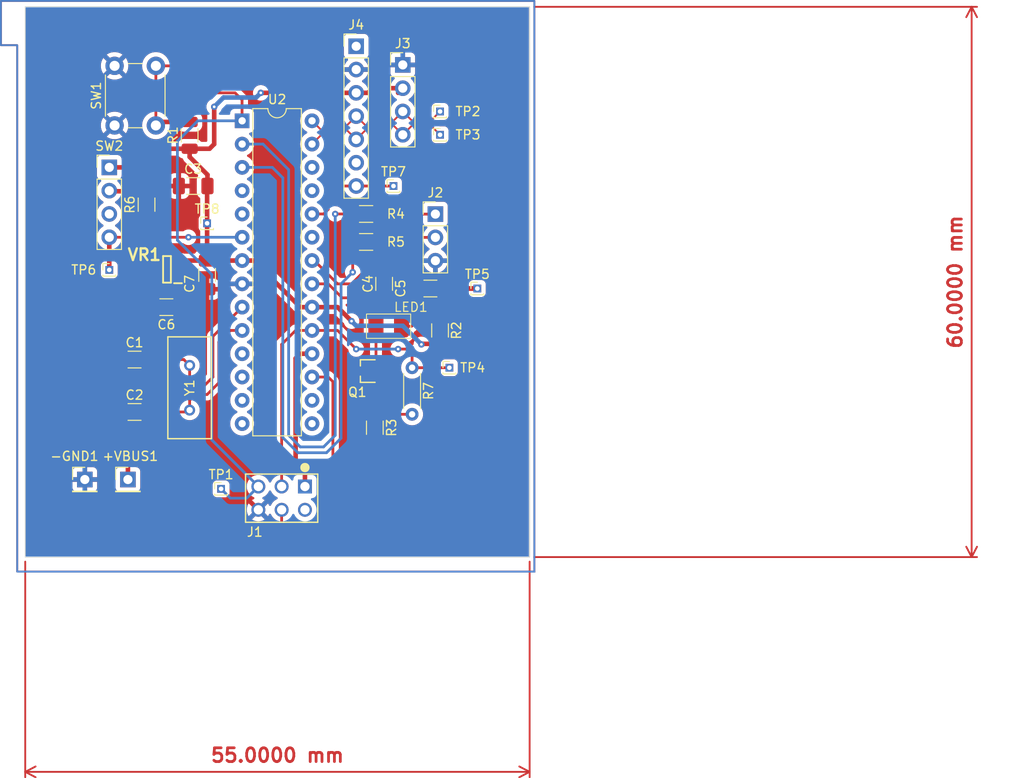
<source format=kicad_pcb>
(kicad_pcb (version 20221018) (generator pcbnew)
  (layers (0 "F.Cu" signal) (31 "B.Cu" signal) (34 "B.Paste" user) (35 "F.Paste" user) (36 "B.SilkS" user "B.Silkscreen") (37 "F.SilkS" user "F.Silkscreen") (38 "B.Mask" user) (39 "F.Mask" user) (44 "Edge.Cuts" user))
  (net 0 "")
  (net 1 "GND")
  (net 2 "+3.3V")
  (net 3 "Net-(U2-AREF)")
  (net 4 "Net-(J1-MISO)")
  (net 5 "+5V")
  (net 6 "Net-(J1-SCK)")
  (net 7 "Net-(J1-MOSI)")
  (net 8 "Net-(J1-~{RST})")
  (net 9 "Net-(C4-Pad2)")
  (net 10 "Net-(U2-(RXD)PD0)")
  (net 11 "Net-(J2-Pin_1)")
  (net 12 "Net-(U2-(TXD)PD1)")
  (net 13 "Net-(J2-Pin_2)")
  (net 14 "/V_IN")
  (net 15 "/INT")
  (net 16 "/LED_EN")
  (net 17 "Net-(SW2-A)")
  (net 19 "Net-(R6-Pad2)")
  (net 30 "Net-(Q1-G)")
  (net 31 "VBUS")
  (net 33 "/SDA-")
  (net 34 "/SDA+")
  (net 35 "Net-(U2-XTAL+)")
  (net 36 "Net-(U2-XTAL-)")
  (net 37 "Net-(LED1-A)")
  (net 38 "Net-(LED1-K)")
  (footprint "Connector_PinHeader_1.00mm:PinHeader_1x01_P1.00mm_Vertical" (layer "F.Cu") (at 166.248 94.352)
    (fp_text reference "TP4" (at 2.54 0) (layer "F.SilkS"))
    (fp_text value "TestPoint")
    (pad "1" thru_hole rect (at 0 0) (size 0.85 0.85) (drill 0.5) (layers "*.Cu" "*.Mask") (net 6 "Net-(J1-SCK)"))
  )
  (footprint "Resistor_SMD:R_1206_3216Metric" (layer "F.Cu") (at 157.1695 77.588)
    (fp_text reference "R4" (at 3.2465 0) (layer "F.SilkS"))
    (fp_text value "1k")
    (pad "1" smd roundrect (at -1.4625 0) (size 1.125 1.75) (layers "F.Cu" "F.Paste" "F.Mask") (roundrect_rratio 0.222222) (net 10 "Net-(U2-(RXD)PD0)"))
    (pad "2" smd roundrect (at 1.4625 0) (size 1.125 1.75) (layers "F.Cu" "F.Paste" "F.Mask") (roundrect_rratio 0.222222) (net 11 "Net-(J2-Pin_1)"))
  )
  (footprint "DMN63D9LW:SOIC_D8LW-13_DIO" (layer "F.Cu") (at 157.3453 94.718001 90)
    (fp_text reference "Q1" (at -2.309999 -1.1353 unlocked) (layer "F.SilkS"))
    (fp_text value "Q_NMOS_GDS")
    (pad "1" smd rect (at -0.649999 0.9017 90) (size 0.4572 1.1176) (layers "F.Cu" "F.Paste" "F.Mask") (net 30 "Net-(Q1-G)"))
    (pad "2" smd rect (at 0.649999 0.9017 90) (size 0.4572 1.1176) (layers "F.Cu" "F.Paste" "F.Mask") (net 38 "Net-(LED1-K)"))
    (pad "3" smd rect (at 0 -0.9017 90) (size 0.4572 1.1176) (layers "F.Cu" "F.Paste" "F.Mask") (net 1 "GND"))
  )
  (footprint "Connector_PinHeader_1.00mm:PinHeader_1x01_P1.00mm_Vertical" (layer "F.Cu") (at 169.296 85.716)
    (fp_text reference "TP5" (at 0 -1.56) (layer "F.SilkS"))
    (fp_text value "TestPoint")
    (pad "1" thru_hole rect (at 0 0) (size 0.85 0.85) (drill 0.5) (layers "*.Cu" "*.Mask") (net 2 "+3.3V"))
  )
  (footprint "Connector_PinHeader_1.00mm:PinHeader_1x01_P1.00mm_Vertical" (layer "F.Cu") (at 129.164 83.684)
    (fp_text reference "TP6" (at -2.784 0) (layer "F.SilkS"))
    (fp_text value "TestPoint")
    (pad "1" thru_hole rect (at 0 0) (size 0.85 0.85) (drill 0.5) (layers "*.Cu" "*.Mask") (net 17 "Net-(SW2-A)"))
  )
  (footprint "Connector_PinHeader_2.54mm:PinHeader_1x07_P2.54mm_Vertical" (layer "F.Cu") (at 156.088 59.3)
    (fp_text reference "J4" (at 0 -2.33) (layer "F.SilkS"))
    (fp_text value "HEADER-1X770MIL")
    (pad "1" thru_hole rect (at 0 0) (size 1.7 1.7) (drill 1) (layers "*.Cu" "*.Mask") (net 14 "/V_IN"))
    (pad "2" thru_hole oval (at 0 2.54) (size 1.7 1.7) (drill 1) (layers "*.Cu" "*.Mask") (net 1 "GND"))
    (pad "3" thru_hole oval (at 0 5.08) (size 1.7 1.7) (drill 1) (layers "*.Cu" "*.Mask") (net 2 "+3.3V"))
    (pad "4" thru_hole oval (at 0 7.62) (size 1.7 1.7) (drill 1) (layers "*.Cu" "*.Mask") (net 33 "/SDA-"))
    (pad "5" thru_hole oval (at 0 10.16) (size 1.7 1.7) (drill 1) (layers "*.Cu" "*.Mask") (net 34 "/SDA+"))
    (pad "6" thru_hole oval (at 0 12.7) (size 1.7 1.7) (drill 1) (layers "*.Cu" "*.Mask") (net 15 "/INT"))
    (pad "7" thru_hole oval (at 0 15.24) (size 1.7 1.7) (drill 1) (layers "*.Cu" "*.Mask") (net 16 "/LED_EN"))
  )
  (footprint "Connector_PinHeader_1.00mm:PinHeader_1x01_P1.00mm_Vertical" (layer "F.Cu") (at 165.232 68.952)
    (fp_text reference "TP3" (at 3.048 0) (layer "F.SilkS"))
    (fp_text value "TestPoint")
    (pad "1" thru_hole rect (at 0 0) (size 0.85 0.85) (drill 0.5) (layers "*.Cu" "*.Mask") (net 34 "/SDA+"))
  )
  (footprint "Resistor_THT:R_Axial_DIN0204_L3.6mm_D1.6mm_P5.08mm_Horizontal" (layer "F.Cu") (at 162.184 99.432 90)
    (fp_text reference "R7" (at 2.54 1.788 90) (layer "F.SilkS"))
    (fp_text value "0 Ohm ")
    (pad "1" thru_hole circle (at 0 0 90) (size 1.4 1.4) (drill 0.7) (layers "*.Cu" "*.Mask") (net 30 "Net-(Q1-G)"))
    (pad "2" thru_hole oval (at 5.08 0 90) (size 1.4 1.4) (drill 0.7) (layers "*.Cu" "*.Mask") (net 6 "Net-(J1-SCK)"))
  )
  (footprint "Connector_PinHeader_2.54mm:PinHeader_1x04_P2.54mm_Vertical" (layer "F.Cu") (at 161.168 61.332)
    (fp_text reference "J3" (at 0 -2.33) (layer "F.SilkS"))
    (fp_text value "Conn_01x04")
    (pad "1" thru_hole rect (at 0 0) (size 1.7 1.7) (drill 1) (layers "*.Cu" "*.Mask") (net 1 "GND"))
    (pad "2" thru_hole oval (at 0 2.54) (size 1.7 1.7) (drill 1) (layers "*.Cu" "*.Mask") (net 2 "+3.3V"))
    (pad "3" thru_hole oval (at 0 5.08) (size 1.7 1.7) (drill 1) (layers "*.Cu" "*.Mask") (net 33 "/SDA-"))
    (pad "4" thru_hole oval (at 0 7.62) (size 1.7 1.7) (drill 1) (layers "*.Cu" "*.Mask") (net 34 "/SDA+"))
  )
  (footprint "Capacitor_SMD:C_1206_3216Metric_Pad1.33x1.80mm_HandSolder" (layer "F.Cu") (at 135.387 87.748)
    (fp_text reference "C6" (at 0 1.905) (layer "F.SilkS"))
    (fp_text value "1uF")
    (pad "1" smd roundrect (at -1.5625 0) (size 1.325 1.8) (layers "F.Cu" "F.Paste" "F.Mask") (roundrect_rratio 0.188679) (net 31 "VBUS"))
    (pad "2" smd roundrect (at 1.5625 0) (size 1.325 1.8) (layers "F.Cu" "F.Paste" "F.Mask") (roundrect_rratio 0.188679) (net 1 "GND"))
  )
  (footprint "Resistor_SMD:R_1206_3216Metric" (layer "F.Cu") (at 157.1695 80.636)
    (fp_text reference "R5" (at 3.2465 0) (layer "F.SilkS"))
    (fp_text value "1k")
    (pad "1" smd roundrect (at -1.4625 0) (size 1.125 1.75) (layers "F.Cu" "F.Paste" "F.Mask") (roundrect_rratio 0.222222) (net 12 "Net-(U2-(TXD)PD1)"))
    (pad "2" smd roundrect (at 1.4625 0) (size 1.125 1.75) (layers "F.Cu" "F.Paste" "F.Mask") (roundrect_rratio 0.222222) (net 13 "Net-(J2-Pin_2)"))
  )
  (footprint "Resistor_SMD:R_1206_3216Metric" (layer "F.Cu") (at 165.232 90.288 90)
    (fp_text reference "R2" (at 0 1.788 90) (layer "F.SilkS"))
    (fp_text value "1k")
    (pad "1" smd roundrect (at -1.4625 0 90) (size 1.125 1.75) (layers "F.Cu" "F.Paste" "F.Mask") (roundrect_rratio 0.222222) (net 2 "+3.3V"))
    (pad "2" smd roundrect (at 1.4625 0 90) (size 1.125 1.75) (layers "F.Cu" "F.Paste" "F.Mask") (roundrect_rratio 0.222222) (net 37 "Net-(LED1-A)"))
  )
  (footprint "Connector_PinHeader_1.00mm:PinHeader_1x01_P1.00mm_Vertical" (layer "F.Cu") (at 165.232 66.412)
    (fp_text reference "TP2" (at 3.048 0) (layer "F.SilkS"))
    (fp_text value "TestPoint")
    (pad "1" thru_hole rect (at 0 0) (size 0.85 0.85) (drill 0.5) (layers "*.Cu" "*.Mask") (net 33 "/SDA-"))
  )
  (footprint "LED_SMD:LTST-B680" (layer "F.Cu") (at 159.517 89.78)
    (fp_text reference "LED1" (at 2.535 -2.032 unlocked) (layer "F.SilkS") (effects (font (thickness 0.127))))
    (fp_text value "Blue LED (100mA Max)")
    (pad "1" smd roundrect (at -1.2806 0.0508) (size 1.65 2.41) (layers "F.Cu" "F.Paste" "F.Mask") (roundrect_rratio 0.217391) (net 38 "Net-(LED1-K)"))
    (pad "2" smd roundrect (at 1.5194 0.0508) (size 1.65 2.41) (layers "F.Cu" "F.Paste" "F.Mask") (roundrect_rratio 0.217391) (net 37 "Net-(LED1-A)"))
  )
  (footprint "footprints:ATS08A-E_CTS" (layer "F.Cu") (at 137.927 98.978001 90)
    (fp_text reference "Y1" (at 2.44 0 90 unlocked) (layer "F.SilkS"))
    (fp_text value "8 MHz ")
    (pad "1" thru_hole circle (at 0 0 90) (size 1.1938 1.1938) (drill 0.6858) (layers "*.Cu" "*.Mask") (net 36 "Net-(U2-XTAL-)"))
    (pad "2" thru_hole circle (at 4.880001 0 90) (size 1.1938 1.1938) (drill 0.6858) (layers "*.Cu" "*.Mask") (net 35 "Net-(U2-XTAL+)"))
  )
  (footprint "Connector_PinHeader_2.54mm:PinHeader_1x04_P2.54mm_Vertical" (layer "F.Cu") (at 129.164 72.508)
    (fp_text reference "SW2" (at 0 -2.33) (layer "F.SilkS"))
    (fp_text value "SW_MEC_5E")
    (pad "1" thru_hole rect (at 0 0) (size 1.7 1.7) (drill 1) (layers "*.Cu" "*.Mask") (net 2 "+3.3V"))
    (pad "2" thru_hole oval (at 0 2.54) (size 1.7 1.7) (drill 1) (layers "*.Cu" "*.Mask") (net 19 "Net-(R6-Pad2)"))
    (pad "3" thru_hole oval (at 0 5.08) (size 1.7 1.7) (drill 1) (layers "*.Cu" "*.Mask"))
    (pad "4" thru_hole oval (at 0 7.62) (size 1.7 1.7) (drill 1) (layers "*.Cu" "*.Mask") (net 17 "Net-(SW2-A)"))
  )
  (footprint "SamacSys_Parts:SOT96P240X120-3N" (layer "F.Cu") (at 135.457 83.628 180)
    (fp_text reference "VR1" (at 2.473 1.595) (layer "F.SilkS") (effects (font (size 1.27 1.27) (thickness 0.254))))
    (fp_text value "~" hide)
    (pad "1" smd rect (at -1.2 -0.96 270) (size 0.6 0.85) (layers "F.Cu" "F.Paste" "F.Mask") (net 1 "GND"))
    (pad "2" smd rect (at -1.2 0.96 270) (size 0.6 0.85) (layers "F.Cu" "F.Paste" "F.Mask") (net 2 "+3.3V"))
    (pad "3" smd rect (at 1.2 0 270) (size 0.6 0.85) (layers "F.Cu" "F.Paste" "F.Mask") (net 31 "VBUS"))
  )
  (footprint "Package_DIP:DIP-28_W7.62mm" (layer "F.Cu") (at 143.652 67.428)
    (fp_text reference "U2" (at 3.81 -2.33) (layer "F.SilkS"))
    (fp_text value "ATmega328P-P")
    (pad "1" thru_hole rect (at 0 0) (size 1.6 1.6) (drill 0.8) (layers "*.Cu" "*.Mask") (net 8 "Net-(J1-~{RST})"))
    (pad "2" thru_hole oval (at 0 2.54) (size 1.6 1.6) (drill 0.8) (layers "*.Cu" "*.Mask") (net 10 "Net-(U2-(RXD)PD0)"))
    (pad "3" thru_hole oval (at 0 5.08) (size 1.6 1.6) (drill 0.8) (layers "*.Cu" "*.Mask") (net 12 "Net-(U2-(TXD)PD1)"))
    (pad "4" thru_hole oval (at 0 7.62) (size 1.6 1.6) (drill 0.8) (layers "*.Cu" "*.Mask"))
    (pad "5" thru_hole oval (at 0 10.16) (size 1.6 1.6) (drill 0.8) (layers "*.Cu" "*.Mask"))
    (pad "6" thru_hole oval (at 0 12.7) (size 1.6 1.6) (drill 0.8) (layers "*.Cu" "*.Mask") (net 17 "Net-(SW2-A)"))
    (pad "7" thru_hole oval (at 0 15.24) (size 1.6 1.6) (drill 0.8) (layers "*.Cu" "*.Mask") (net 2 "+3.3V"))
    (pad "8" thru_hole oval (at 0 17.78) (size 1.6 1.6) (drill 0.8) (layers "*.Cu" "*.Mask") (net 1 "GND"))
    (pad "9" thru_hole oval (at 0 20.32) (size 1.6 1.6) (drill 0.8) (layers "*.Cu" "*.Mask") (net 35 "Net-(U2-XTAL+)"))
    (pad "10" thru_hole oval (at 0 22.86) (size 1.6 1.6) (drill 0.8) (layers "*.Cu" "*.Mask") (net 36 "Net-(U2-XTAL-)"))
    (pad "11" thru_hole oval (at 0 25.4) (size 1.6 1.6) (drill 0.8) (layers "*.Cu" "*.Mask"))
    (pad "12" thru_hole oval (at 0 27.94) (size 1.6 1.6) (drill 0.8) (layers "*.Cu" "*.Mask"))
    (pad "13" thru_hole oval (at 0 30.48) (size 1.6 1.6) (drill 0.8) (layers "*.Cu" "*.Mask"))
    (pad "14" thru_hole oval (at 0 33.02) (size 1.6 1.6) (drill 0.8) (layers "*.Cu" "*.Mask"))
    (pad "15" thru_hole oval (at 7.62 33.02) (size 1.6 1.6) (drill 0.8) (layers "*.Cu" "*.Mask"))
    (pad "16" thru_hole oval (at 7.62 30.48) (size 1.6 1.6) (drill 0.8) (layers "*.Cu" "*.Mask"))
    (pad "17" thru_hole oval (at 7.62 27.94) (size 1.6 1.6) (drill 0.8) (layers "*.Cu" "*.Mask") (net 7 "Net-(J1-MOSI)"))
    (pad "18" thru_hole oval (at 7.62 25.4) (size 1.6 1.6) (drill 0.8) (layers "*.Cu" "*.Mask") (net 4 "Net-(J1-MISO)"))
    (pad "19" thru_hole oval (at 7.62 22.86) (size 1.6 1.6) (drill 0.8) (layers "*.Cu" "*.Mask") (net 6 "Net-(J1-SCK)"))
    (pad "20" thru_hole oval (at 7.62 20.32) (size 1.6 1.6) (drill 0.8) (layers "*.Cu" "*.Mask") (net 2 "+3.3V"))
    (pad "21" thru_hole oval (at 7.62 17.78) (size 1.6 1.6) (drill 0.8) (layers "*.Cu" "*.Mask") (net 3 "Net-(U2-AREF)"))
    (pad "22" thru_hole oval (at 7.62 15.24) (size 1.6 1.6) (drill 0.8) (layers "*.Cu" "*.Mask") (net 9 "Net-(C4-Pad2)"))
    (pad "23" thru_hole oval (at 7.62 12.7) (size 1.6 1.6) (drill 0.8) (layers "*.Cu" "*.Mask"))
    (pad "24" thru_hole oval (at 7.62 10.16) (size 1.6 1.6) (drill 0.8) (layers "*.Cu" "*.Mask") (net 16 "/LED_EN"))
    (pad "25" thru_hole oval (at 7.62 7.62) (size 1.6 1.6) (drill 0.8) (layers "*.Cu" "*.Mask"))
    (pad "26" thru_hole oval (at 7.62 5.08) (size 1.6 1.6) (drill 0.8) (layers "*.Cu" "*.Mask"))
    (pad "27" thru_hole oval (at 7.62 2.54) (size 1.6 1.6) (drill 0.8) (layers "*.Cu" "*.Mask") (net 34 "/SDA+"))
    (pad "28" thru_hole oval (at 7.62 0) (size 1.6 1.6) (drill 0.8) (layers "*.Cu" "*.Mask") (net 33 "/SDA-"))
  )
  (footprint "Button_Switch_THT:SW_PUSH_6mm" (layer "F.Cu") (at 129.744 67.936 90)
    (fp_text reference "SW1" (at 3.25 -2 90) (layer "F.SilkS"))
    (fp_text value "SW_SPST")
    (pad "1" thru_hole circle (at 0 0 180) (size 2 2) (drill 1.1) (layers "*.Cu" "*.Mask") (net 1 "GND"))
    (pad "1" thru_hole circle (at 6.5 0 180) (size 2 2) (drill 1.1) (layers "*.Cu" "*.Mask") (net 1 "GND"))
    (pad "2" thru_hole circle (at 0 4.5 180) (size 2 2) (drill 1.1) (layers "*.Cu" "*.Mask") (net 8 "Net-(J1-~{RST})"))
    (pad "2" thru_hole circle (at 6.5 4.5 180) (size 2 2) (drill 1.1) (layers "*.Cu" "*.Mask") (net 8 "Net-(J1-~{RST})"))
  )
  (footprint "Connector_PinHeader_1.00mm:PinHeader_1x01_P1.00mm_Vertical" (layer "F.Cu") (at 139.832 78.604)
    (fp_text reference "TP8" (at 0 -1.56) (layer "F.SilkS"))
    (fp_text value "TestPoint")
    (pad "1" thru_hole rect (at 0 0) (size 0.85 0.85) (drill 0.5) (layers "*.Cu" "*.Mask") (net 2 "+3.3V"))
  )
  (footprint "Capacitor_SMD:C_1206_3216Metric_Pad1.33x1.80mm_HandSolder" (layer "F.Cu") (at 139.832 84.2305 -90)
    (fp_text reference "C7" (at 0.9775 1.905 90) (layer "F.SilkS"))
    (fp_text value "1uF")
    (pad "1" smd roundrect (at -1.5625 0 270) (size 1.325 1.8) (layers "F.Cu" "F.Paste" "F.Mask") (roundrect_rratio 0.188679) (net 2 "+3.3V"))
    (pad "2" smd roundrect (at 1.5625 0 270) (size 1.325 1.8) (layers "F.Cu" "F.Paste" "F.Mask") (roundrect_rratio 0.188679) (net 1 "GND"))
  )
  (footprint "Connector_PinHeader_2.54mm:PinHeader_1x01_P2.54mm_Vertical" (layer "F.Cu") (at 131.196 106.544)
    (fp_text reference "+VBUS1" (at 0.264 -2.54) (layer "F.SilkS"))
    (fp_text value "Conn_01x01_Pin")
    (pad "1" thru_hole rect (at 0 0) (size 1.7 1.7) (drill 1) (layers "*.Cu" "*.Mask") (net 31 "VBUS"))
  )
  (footprint "Resistor_SMD:R_1206_3216Metric" (layer "F.Cu") (at 133.228 76.572 90)
    (fp_text reference "R6" (at 0 -1.82 90) (layer "F.SilkS"))
    (fp_text value "10k")
    (pad "1" smd roundrect (at -1.4625 0 90) (size 1.125 1.75) (layers "F.Cu" "F.Paste" "F.Mask") (roundrect_rratio 0.222222) (net 1 "GND"))
    (pad "2" smd roundrect (at 1.4625 0 90) (size 1.125 1.75) (layers "F.Cu" "F.Paste" "F.Mask") (roundrect_rratio 0.222222) (net 19 "Net-(R6-Pad2)"))
  )
  (footprint "Connector_PinHeader_1.00mm:PinHeader_1x01_P1.00mm_Vertical" (layer "F.Cu") (at 160.152 74.54)
    (fp_text reference "TP7" (at 0 -1.56) (layer "F.SilkS"))
    (fp_text value "TestPoint")
    (pad "1" thru_hole rect (at 0 0) (size 0.85 0.85) (drill 0.5) (layers "*.Cu" "*.Mask") (net 16 "/LED_EN"))
  )
  (footprint "Capacitor_SMD:C_1206_3216Metric_Pad1.33x1.80mm_HandSolder" (layer "F.Cu") (at 131.9195 99.178)
    (fp_text reference "C2" (at 0 -1.85) (layer "F.SilkS"))
    (fp_text value "10p")
    (pad "1" smd roundrect (at -1.5625 0) (size 1.325 1.8) (layers "F.Cu" "F.Paste" "F.Mask") (roundrect_rratio 0.188679) (net 1 "GND"))
    (pad "2" smd roundrect (at 1.5625 0) (size 1.325 1.8) (layers "F.Cu" "F.Paste" "F.Mask") (roundrect_rratio 0.188679) (net 36 "Net-(U2-XTAL-)"))
  )
  (footprint "Capacitor_SMD:C_1206_3216Metric_Pad1.33x1.80mm_HandSolder" (layer "F.Cu") (at 131.9195 93.463)
    (fp_text reference "C1" (at 0 -1.85) (layer "F.SilkS"))
    (fp_text value "10p")
    (pad "1" smd roundrect (at -1.5625 0) (size 1.325 1.8) (layers "F.Cu" "F.Paste" "F.Mask") (roundrect_rratio 0.188679) (net 1 "GND"))
    (pad "2" smd roundrect (at 1.5625 0) (size 1.325 1.8) (layers "F.Cu" "F.Paste" "F.Mask") (roundrect_rratio 0.188679) (net 35 "Net-(U2-XTAL+)"))
  )
  (footprint "PH2_06_UA:CONN_PH2-06-UA_ADM" (layer "F.Cu") (at 150.5 107.306 180)
    (fp_text reference "J1" (at 5.466 -4.962 unlocked) (layer "F.SilkS"))
    (fp_text value "ICSP CONN")
    (pad "1" thru_hole rect (at 0 0 180) (size 1.524 1.524) (drill 1.016) (layers "*.Cu" "*.Mask") (net 4 "Net-(J1-MISO)"))
    (pad "2" thru_hole circle (at 0 -2.54 180) (size 1.524 1.524) (drill 1.016) (layers "*.Cu" "*.Mask") (net 5 "+5V"))
    (pad "3" thru_hole circle (at 2.54 0 180) (size 1.524 1.524) (drill 1.016) (layers "*.Cu" "*.Mask") (net 6 "Net-(J1-SCK)"))
    (pad "4" thru_hole circle (at 2.54 -2.54 180) (size 1.524 1.524) (drill 1.016) (layers "*.Cu" "*.Mask") (net 7 "Net-(J1-MOSI)"))
    (pad "5" thru_hole circle (at 5.08 0 180) (size 1.524 1.524) (drill 1.016) (layers "*.Cu" "*.Mask") (net 8 "Net-(J1-~{RST})"))
    (pad "6" thru_hole circle (at 5.08 -2.54 180) (size 1.524 1.524) (drill 1.016) (layers "*.Cu" "*.Mask") (net 1 "GND"))
  )
  (footprint "Resistor_SMD:R_1206_3216Metric" (layer "F.Cu") (at 137.927 69.0135 90)
    (fp_text reference "R1" (at 0 -1.82 90) (layer "F.SilkS"))
    (fp_text value "10k")
    (pad "1" smd roundrect (at -1.4625 0 90) (size 1.125 1.75) (layers "F.Cu" "F.Paste" "F.Mask") (roundrect_rratio 0.222222) (net 2 "+3.3V"))
    (pad "2" smd roundrect (at 1.4625 0 90) (size 1.125 1.75) (layers "F.Cu" "F.Paste" "F.Mask") (roundrect_rratio 0.222222) (net 8 "Net-(J1-~{RST})"))
  )
  (footprint "Capacitor_SMD:C_1206_3216Metric_Pad1.33x1.80mm_HandSolder" (layer "F.Cu") (at 164.1775 85.716 180)
    (fp_text reference "C5" (at 3.2535 0 90) (layer "F.SilkS"))
    (fp_text value "100n")
    (pad "1" smd roundrect (at -1.5625 0 180) (size 1.325 1.8) (layers "F.Cu" "F.Paste" "F.Mask") (roundrect_rratio 0.188679) (net 2 "+3.3V"))
    (pad "2" smd roundrect (at 1.5625 0 180) (size 1.325 1.8) (layers "F.Cu" "F.Paste" "F.Mask") (roundrect_rratio 0.188679) (net 9 "Net-(C4-Pad2)"))
  )
  (footprint "Connector_PinHeader_2.54mm:PinHeader_1x03_P2.54mm_Vertical" (layer "F.Cu") (at 164.724 77.603)
    (fp_text reference "J2" (at 0 -2.33) (layer "F.SilkS"))
    (fp_text value "~")
    (pad "1" thru_hole rect (at 0 0) (size 1.7 1.7) (drill 1) (layers "*.Cu" "*.Mask") (net 11 "Net-(J2-Pin_1)"))
    (pad "2" thru_hole oval (at 0 2.54) (size 1.7 1.7) (drill 1) (layers "*.Cu" "*.Mask") (net 13 "Net-(J2-Pin_2)"))
    (pad "3" thru_hole oval (at 0 5.08) (size 1.7 1.7) (drill 1) (layers "*.Cu" "*.Mask") (net 1 "GND"))
  )
  (footprint "Connector_PinHeader_1.00mm:PinHeader_1x01_P1.00mm_Vertical" (layer "F.Cu") (at 141.356 107.56)
    (fp_text reference "TP1" (at 0 -1.56) (layer "F.SilkS"))
    (fp_text value "TestPoint")
    (pad "1" thru_hole rect (at 0 0) (size 0.85 0.85) (drill 0.5) (layers "*.Cu" "*.Mask") (net 8 "Net-(J1-~{RST})"))
  )
  (footprint "Capacitor_SMD:C_1206_3216Metric_Pad1.33x1.80mm_HandSolder" (layer "F.Cu") (at 138.308 74.54)
    (fp_text reference "C3" (at 0 -1.85) (layer "F.SilkS"))
    (fp_text value "100n")
    (pad "1" smd roundrect (at -1.5625 0) (size 1.325 1.8) (layers "F.Cu" "F.Paste" "F.Mask") (roundrect_rratio 0.188679) (net 1 "GND"))
    (pad "2" smd roundrect (at 1.5625 0) (size 1.325 1.8) (layers "F.Cu" "F.Paste" "F.Mask") (roundrect_rratio 0.188679) (net 2 "+3.3V"))
  )
  (footprint "Connector_PinHeader_2.54mm:PinHeader_1x01_P2.54mm_Vertical" (layer "F.Cu") (at 126.497 106.544)
    (fp_text reference "-GND1" (at -1.133 -2.54) (layer "F.SilkS"))
    (fp_text value "Conn_01x01_Pin")
    (pad "1" thru_hole rect (at 0 0) (size 1.7 1.7) (drill 1) (layers "*.Cu" "*.Mask") (net 1 "GND"))
  )
  (footprint "Capacitor_SMD:C_1206_3216Metric_Pad1.33x1.80mm_HandSolder" (layer "F.Cu") (at 159.136 85.208 90)
    (fp_text reference "C4" (at 0 -1.768 90) (layer "F.SilkS"))
    (fp_text value "100n")
    (pad "1" smd roundrect (at -1.5625 0 90) (size 1.325 1.8) (layers "F.Cu" "F.Paste" "F.Mask") (roundrect_rratio 0.188679) (net 3 "Net-(U2-AREF)"))
    (pad "2" smd roundrect (at 1.5625 0 90) (size 1.325 1.8) (layers "F.Cu" "F.Paste" "F.Mask") (roundrect_rratio 0.188679) (net 9 "Net-(C4-Pad2)"))
  )
  (footprint "Resistor_SMD:R_1206_3216Metric" (layer "F.Cu") (at 158.12 100.8945 -90)
    (fp_text reference "R3" (at 0 -1.82 90) (layer "F.SilkS"))
    (fp_text value "10k")
    (pad "1" smd roundrect (at -1.4625 0 270) (size 1.125 1.75) (layers "F.Cu" "F.Paste" "F.Mask") (roundrect_rratio 0.222222) (net 30 "Net-(Q1-G)"))
    (pad "2" smd roundrect (at 1.4625 0 270) (size 1.125 1.75) (layers "F.Cu" "F.Paste" "F.Mask") (roundrect_rratio 0.222222) (net 1 "GND"))
  )
  (gr_poly (pts (xy 175.514 54.356) (xy 175.514 116.586) (xy 119.126 116.586) (xy 119.126 59.182) (xy 117.348 59.182) (xy 117.348 54.356) (xy 119.888 54.356)) (stroke (width 0.2)) (fill none) (layer "F.Cu"))
  (gr_poly (pts (xy 175.514 54.356) (xy 175.514 116.586) (xy 119.126 116.586) (xy 119.126 59.182) (xy 117.348 59.182) (xy 117.348 54.356) (xy 119.888 54.356)) (stroke (width 0.2)) (fill none) (layer "B.Cu"))
  (gr_rect (start 120 55) (end 175 115) (stroke (width 0.1)) (fill none) (layer "Edge.Cuts"))
  (dimension (type aligned) (layer "F.Cu") (pts (xy 175 55) (xy 175 115)) (height -48.1964) (gr_text "60.0000 mm" (at 221.3964 85 90) (layer "F.Cu") (effects (font (size 1.5 1.5) (thickness 0.3)))) (format (prefix "") (suffix "") (units 3) (units_format 1) (precision 4)) (style (thickness 0.2) (arrow_length 1.27) (text_position_mode 0) (extension_height 0.58642) (extension_offset 0.5) keep_text_aligned))
  (dimension (type aligned) (layer "F.Cu") (pts (xy 120 115) (xy 175 115)) (height 23.4188) (gr_text "55.0000 mm" (at 147.5 136.6188) (layer "F.Cu") (effects (font (size 1.5 1.5) (thickness 0.3)))) (format (prefix "") (suffix "") (units 3) (units_format 1) (precision 4)) (style (thickness 0.2) (arrow_length 1.27) (text_position_mode 0) (extension_height 0.58642) (extension_offset 0.5) keep_text_aligned))
  (segment (start 144.912 82.668) (end 149.992 87.748) (width 0.5) (layer "F.Cu") (net 2))
  (segment (start 140.604 69.968) (end 140.096 70.476) (width 0.5) (layer "F.Cu") (net 2))
  (segment (start 165.232 91.7505) (end 163.2615 91.7505) (width 0.5) (layer "F.Cu") (net 2))
  (segment (start 155.58 89.272) (end 154.056 87.748) (width 0.5) (layer "F.Cu") (net 2))
  (segment (start 169.296 85.716) (end 165.74 85.716) (width 0.5) (layer "F.Cu") (net 2))
  (segment (start 161.168 63.872) (end 160.66 64.38) (width 0.5) (layer "F.Cu") (net 2))
  (segment (start 143.652 82.668) (end 144.912 82.668) (width 0.5) (layer "F.Cu") (net 2))
  (segment (start 166.756 91.812) (end 167.772 90.796) (width 0.5) (layer "F.Cu") (net 2))
  (segment (start 154.056 87.748) (end 151.272 87.748) (width 0.5) (layer "F.Cu") (net 2))
  (segment (start 149.992 87.748) (end 151.272 87.748) (width 0.5) (layer "F.Cu") (net 2))
  (segment (start 140.604 65.904) (end 140.604 69.968) (width 0.5) (layer "F.Cu") (net 2))
  (segment (start 165.2935 91.812) (end 166.756 91.812) (width 0.5) (layer "F.Cu") (net 2))
  (segment (start 139.832 75.048) (end 139.8705 75.0095) (width 0.5) (layer "F.Cu") (net 2))
  (segment (start 139.832 82.668) (end 139.832 78.604) (width 0.5) (layer "F.Cu") (net 2))
  (segment (start 139.8705 73.3085) (end 139.8705 74.54) (width 0.5) (layer "F.Cu") (net 2))
  (segment (start 129.164 72.508) (end 132.72 72.508) (width 0.5) (layer "F.Cu") (net 2))
  (segment (start 139.832 78.604) (end 139.832 75.048) (width 0.5) (layer "F.Cu") (net 2))
  (segment (start 132.72 72.508) (end 134.752 70.476) (width 0.5) (layer "F.Cu") (net 2))
  (segment (start 167.772 85.724) (end 167.764 85.716) (width 0.5) (layer "F.Cu") (net 2))
  (segment (start 134.752 70.476) (end 137.927 70.476) (width 0.5) (layer "F.Cu") (net 2))
  (segment (start 137.927 70.476) (end 137.927 71.365) (width 0.5) (layer "F.Cu") (net 2))
  (segment (start 163.2615 91.7505) (end 163.2 91.812) (width 0.5) (layer "F.Cu") (net 2))
  (segment (start 156.088 64.38) (end 145.684 64.38) (width 0.5) (layer "F.Cu") (net 2))
  (segment (start 139.832 82.668) (end 136.657 82.668) (width 0.5) (layer "F.Cu") (net 2))
  (segment (start 143.652 82.668) (end 139.832 82.668) (width 0.5) (layer "F.Cu") (net 2))
  (segment (start 137.927 71.365) (end 139.8705 73.3085) (width 0.5) (layer "F.Cu") (net 2))
  (segment (start 167.772 90.796) (end 167.772 85.724) (width 0.5) (layer "F.Cu") (net 2))
  (segment (start 167.764 85.716) (end 169.296 85.716) (width 0.5) (layer "F.Cu") (net 2))
  (segment (start 157.368 64.38) (end 157.876 63.872) (width 0.5) (layer "F.Cu") (net 2))
  (segment (start 140.096 70.476) (end 137.927 70.476) (width 0.5) (layer "F.Cu") (net 2))
  (segment (start 157.876 63.872) (end 161.168 63.872) (width 0.5) (layer "F.Cu") (net 2))
  (segment (start 165.232 91.7505) (end 165.2935 91.812) (width 0.5) (layer "F.Cu") (net 2))
  (segment (start 156.088 64.38) (end 157.368 64.38) (width 0.5) (layer "F.Cu") (net 2))
  (segment (start 139.8705 75.0095) (end 139.8705 74.54) (width 0.5) (layer "F.Cu") (net 2))
  (via (at 163.2 91.812) (size 0.7) (drill 0.3) (layers "F.Cu" "B.Cu") (net 2))
  (via (at 145.684 64.38) (size 0.7) (drill 0.3) (layers "F.Cu" "B.Cu") (net 2))
  (via (at 155.58 89.272) (size 0.7) (drill 0.3) (layers "F.Cu" "B.Cu") (net 2))
  (via (at 140.604 65.904) (size 0.7) (drill 0.3) (layers "F.Cu" "B.Cu") (net 2))
  (segment (start 156.088 89.78) (end 155.58 89.272) (width 0.5) (layer "B.Cu") (net 2))
  (segment (start 145.684 64.38) (end 145.176 64.888) (width 0.5) (layer "B.Cu") (net 2))
  (segment (start 141.62 64.888) (end 140.604 65.904) (width 0.5) (layer "B.Cu") (net 2))
  (segment (start 145.176 64.888) (end 141.62 64.888) (width 0.5) (layer "B.Cu") (net 2))
  (segment (start 163.2 91.812) (end 161.168 89.78) (width 0.5) (layer "B.Cu") (net 2))
  (segment (start 161.168 89.78) (end 156.088 89.78) (width 0.5) (layer "B.Cu") (net 2))
  (segment (start 154.564 86.732) (end 153.04 85.208) (width 0.3) (layer "F.Cu") (net 3))
  (segment (start 153.04 85.208) (end 151.272 85.208) (width 0.3) (layer "F.Cu") (net 3))
  (segment (start 159.0975 86.732) (end 154.564 86.732) (width 0.3) (layer "F.Cu") (net 3))
  (segment (start 159.136 86.7705) (end 159.0975 86.732) (width 0.3) (layer "F.Cu") (net 3))
  (segment (start 150.5 107.306) (end 150.5 105.528) (width 0.5) (layer "F.Cu") (net 4))
  (segment (start 150.5 105.528) (end 149.484 104.512) (width 0.5) (layer "F.Cu") (net 4))
  (segment (start 149.992 92.828) (end 151.272 92.828) (width 0.5) (layer "F.Cu") (net 4))
  (segment (start 149.484 93.336) (end 149.992 92.828) (width 0.5) (layer "F.Cu") (net 4))
  (segment (start 149.484 104.512) (end 149.484 93.336) (width 0.5) (layer "F.Cu") (net 4))
  (segment (start 162.184 94.352) (end 166.248 94.352) (width 0.3) (layer "F.Cu") (net 6))
  (segment (start 149.484 90.288) (end 151.272 90.288) (width 0.3) (layer "F.Cu") (net 6))
  (segment (start 162.184 94.352) (end 162.184 92.828) (width 0.3) (layer "F.Cu") (net 6))
  (segment (start 161.676 92.32) (end 160.66 92.32) (width 0.3) (layer "F.Cu") (net 6))
  (segment (start 147.96 107.306) (end 147.96 91.812) (width 0.3) (layer "F.Cu") (net 6))
  (segment (start 147.96 91.812) (end 149.484 90.288) (width 0.3) (layer "F.Cu") (net 6))
  (segment (start 162.184 92.828) (end 161.676 92.32) (width 0.3) (layer "F.Cu") (net 6))
  (segment (start 154.056 90.288) (end 151.272 90.288) (width 0.3) (layer "F.Cu") (net 6))
  (segment (start 156.088 92.32) (end 154.056 90.288) (width 0.3) (layer "F.Cu") (net 6))
  (via (at 156.088 92.32) (size 0.7) (drill 0.3) (layers "F.Cu" "B.Cu") (net 6))
  (via (at 160.66 92.32) (size 0.7) (drill 0.3) (layers "F.Cu" "B.Cu") (net 6))
  (segment (start 160.66 92.32) (end 156.088 92.32) (width 0.3) (layer "B.Cu") (net 6))
  (segment (start 153.04 95.368) (end 151.272 95.368) (width 0.3) (layer "F.Cu") (net 7))
  (segment (start 152.532 112.132) (end 153.548 111.116) (width 0.3) (layer "F.Cu") (net 7))
  (segment (start 147.96 111.624) (end 148.468 112.132) (width 0.3) (layer "F.Cu") (net 7))
  (segment (start 153.548 95.876) (end 153.04 95.368) (width 0.3) (layer "F.Cu") (net 7))
  (segment (start 147.96 109.846) (end 147.96 111.624) (width 0.3) (layer "F.Cu") (net 7))
  (segment (start 153.548 111.116) (end 153.548 95.876) (width 0.3) (layer "F.Cu") (net 7))
  (segment (start 148.468 112.132) (end 152.532 112.132) (width 0.3) (layer "F.Cu") (net 7))
  (segment (start 143.642 67.428) (end 143.007 68.063) (width 0.25) (layer "F.Cu") (net 8))
  (segment (start 142.88 64.38) (end 143.642 65.142) (width 0.3) (layer "F.Cu") (net 8))
  (segment (start 139.324 64.38) (end 142.88 64.38) (width 0.3) (layer "F.Cu") (net 8))
  (segment (start 134.629 67.551) (end 134.244 67.936) (width 0.5) (layer "F.Cu") (net 8))
  (segment (start 143.4595 67.2355) (end 143.652 67.428) (width 0.25) (layer "F.Cu") (net 8))
  (segment (start 137.927 67.551) (end 134.629 67.551) (width 0.5) (layer "F.Cu") (net 8))
  (segment (start 134.244 61.436) (end 134.244 67.936) (width 0.3) (layer "F.Cu") (net 8))
  (segment (start 134.244 61.436) (end 136.38 61.436) (width 0.3) (layer "F.Cu") (net 8))
  (segment (start 143.642 65.142) (end 143.642 67.428) (width 0.3) (layer "F.Cu") (net 8))
  (segment (start 143.652 67.428) (end 143.642 67.428) (width 0.25) (layer "F.Cu") (net 8))
  (segment (start 136.38 61.436) (end 139.324 64.38) (width 0.3) (layer "F.Cu") (net 8))
  (segment (start 142.372 108.576) (end 144.15 108.576) (width 0.3) (layer "B.Cu") (net 8))
  (segment (start 144.15 108.576) (end 145.42 107.306) (width 0.3) (layer "B.Cu") (net 8))
  (segment (start 138.816 67.428) (end 136.592 69.652) (width 0.3) (layer "B.Cu") (net 8))
  (segment (start 140.34 84.192) (end 140.34 102.226) (width 0.3) (layer "B.Cu") (net 8))
  (segment (start 136.592 80.444) (end 140.34 84.192) (width 0.3) (layer "B.Cu") (net 8))
  (segment (start 140.34 102.226) (end 145.42 107.306) (width 0.3) (layer "B.Cu") (net 8))
  (segment (start 141.356 107.56) (end 142.372 108.576) (width 0.3) (layer "B.Cu") (net 8))
  (segment (start 136.592 69.652) (end 136.592 80.444) (width 0.3) (layer "B.Cu") (net 8))
  (segment (start 143.652 67.428) (end 138.816 67.428) (width 0.3) (layer "B.Cu") (net 8))
  (segment (start 162.615 85.385) (end 160.8755 83.6455) (width 0.5) (layer "F.Cu") (net 9))
  (segment (start 162.615 85.716) (end 162.615 85.385) (width 0.5) (layer "F.Cu") (net 9))
  (segment (start 151.516 82.668) (end 151.272 82.668) (width 0.3) (layer "F.Cu") (net 9))
  (segment (start 154.056 85.208) (end 151.516 82.668) (width 0.3) (layer "F.Cu") (net 9))
  (segment (start 157.1425 83.6455) (end 155.58 85.208) (width 0.3) (layer "F.Cu") (net 9))
  (segment (start 159.136 83.6455) (end 157.1425 83.6455) (width 0.3) (layer "F.Cu") (net 9))
  (segment (start 155.58 85.208) (end 154.056 85.208) (width 0.3) (layer "F.Cu") (net 9))
  (segment (start 160.8755 83.6455) (end 159.136 83.6455) (width 0.5) (layer "F.Cu") (net 9))
  (segment (start 155.707 77.588) (end 153.802 77.588) (width 0.3) (layer "F.Cu") (net 10))
  (via (at 153.802 77.588) (size 0.7) (drill 0.3) (layers "F.Cu" "B.Cu") (net 10))
  (segment (start 153.802 101.718) (end 152.532 102.988) (width 0.3) (layer "B.Cu") (net 10))
  (segment (start 152.532 102.988) (end 149.992 102.988) (width 0.3) (layer "B.Cu") (net 10))
  (segment (start 148.722 101.718) (end 148.722 72.762) (width 0.3) (layer "B.Cu") (net 10))
  (segment (start 153.802 77.588) (end 153.802 101.718) (width 0.3) (layer "B.Cu") (net 10))
  (segment (start 149.992 102.988) (end 148.722 101.718) (width 0.3) (layer "B.Cu") (net 10))
  (segment (start 148.722 72.762) (end 145.928 69.968) (width 0.3) (layer "B.Cu") (net 10))
  (segment (start 145.928 69.968) (end 143.652 69.968) (width 0.3) (layer "B.Cu") (net 10))
  (segment (start 158.647 77.603) (end 158.632 77.588) (width 0.3) (layer "F.Cu") (net 11))
  (segment (start 164.724 77.603) (end 158.647 77.603) (width 0.3) (layer "F.Cu") (net 11))
  (segment (start 155.707 80.636) (end 155.707 83.938) (width 0.3) (layer "F.Cu") (net 12))
  (via (at 155.707 83.938) (size 0.7) (drill 0.3) (layers "F.Cu" "B.Cu") (net 12))
  (segment (start 154.437 102.0355) (end 152.8495 103.623) (width 0.3) (layer "B.Cu") (net 12))
  (segment (start 154.437 85.208) (end 154.437 102.0355) (width 0.3) (layer "B.Cu") (net 12))
  (segment (start 146.944 72.508) (end 143.652 72.508) (width 0.3) (layer "B.Cu") (net 12))
  (segment (start 152.8495 103.623) (end 149.738 103.623) (width 0.3) (layer "B.Cu") (net 12))
  (segment (start 148.087 73.651) (end 146.944 72.508) (width 0.3) (layer "B.Cu") (net 12))
  (segment (start 149.738 103.623) (end 148.087 101.972) (width 0.3) (layer "B.Cu") (net 12))
  (segment (start 148.087 101.972) (end 148.087 73.651) (width 0.3) (layer "B.Cu") (net 12))
  (segment (start 155.707 83.938) (end 154.437 85.208) (width 0.3) (layer "B.Cu") (net 12))
  (segment (start 164.724 80.143) (end 161.676 80.143) (width 0.3) (layer "F.Cu") (net 13))
  (segment (start 161.183 80.636) (end 158.632 80.636) (width 0.3) (layer "F.Cu") (net 13))
  (segment (start 161.676 80.143) (end 161.183 80.636) (width 0.3) (layer "F.Cu") (net 13))
  (segment (start 153.04 77.08) (end 152.532 77.588) (width 0.3) (layer "F.Cu") (net 16))
  (segment (start 154.056 74.54) (end 153.04 75.556) (width 0.3) (layer "F.Cu") (net 16))
  (segment (start 156.088 74.54) (end 154.056 74.54) (width 0.3) (layer "F.Cu") (net 16))
  (segment (start 160.152 74.54) (end 156.088 74.54) (width 0.3) (layer "F.Cu") (net 16))
  (segment (start 152.532 77.588) (end 151.272 77.588) (width 0.3) (layer "F.Cu") (net 16))
  (segment (start 153.04 75.556) (end 153.04 77.08) (width 0.3) (layer "F.Cu") (net 16))
  (segment (start 134.172 80.128) (end 129.164 80.128) (width 0.3) (layer "F.Cu") (net 17))
  (segment (start 137.8 80.128) (end 134.172 80.128) (width 0.3) (layer "F.Cu") (net 17))
  (segment (start 129.164 83.684) (end 129.164 80.128) (width 0.5) (layer "F.Cu") (net 17))
  (via (at 137.8 80.128) (size 0.7) (drill 0.3) (layers "F.Cu" "B.Cu") (net 17))
  (segment (start 137.8 80.128) (end 143.652 80.128) (width 0.3) (layer "B.Cu") (net 17))
  (segment (start 129.2255 75.1095) (end 129.164 75.048) (width 0.5) (layer "F.Cu") (net 19))
  (segment (start 133.228 75.1095) (end 129.2255 75.1095) (width 0.5) (layer "F.Cu") (net 19))
  (segment (start 158.247 99.305) (end 158.12 99.432) (width 0.3) (layer "F.Cu") (net 30))
  (segment (start 158.247 95.368) (end 158.247 99.305) (width 0.3) (layer "F.Cu") (net 30))
  (segment (start 158.12 99.432) (end 162.184 99.432) (width 0.3) (layer "F.Cu") (net 30))
  (segment (start 133.8245 87.748) (end 133.8245 86.7705) (width 0.5) (layer "F.Cu") (net 31))
  (segment (start 131.196 105.02) (end 131.196 106.544) (width 0.5) (layer "F.Cu") (net 31))
  (segment (start 131.528275 87.748) (end 128.402 90.874275) (width 0.5) (layer "F.Cu") (net 31))
  (segment (start 133.8245 87.748) (end 131.528275 87.748) (width 0.5) (layer "F.Cu") (net 31))
  (segment (start 134.257 86.338) (end 134.257 83.628) (width 0.5) (layer "F.Cu") (net 31))
  (segment (start 128.402 102.226) (end 131.196 105.02) (width 0.5) (layer "F.Cu") (net 31))
  (segment (start 133.8245 86.7705) (end 134.257 86.338) (width 0.5) (layer "F.Cu") (net 31))
  (segment (start 128.402 90.874275) (end 128.402 102.226) (width 0.5) (layer "F.Cu") (net 31))
  (segment (start 157.137656 67.965) (end 157.7728 67.965) (width 0.2) (layer "F.Cu") (net 33))
  (segment (start 164.216 67.428) (end 165.232 66.412) (width 0.2) (layer "F.Cu") (net 33))
  (segment (start 156.083344 66.92) (end 156.088 66.92) (width 0.2) (layer "F.Cu") (net 33))
  (segment (start 162.184 67.428) (end 164.216 67.428) (width 0.2) (layer "F.Cu") (net 33))
  (segment (start 156.088 66.92) (end 156.092656 66.92) (width 0.2) (layer "F.Cu") (net 33))
  (segment (start 161.168 66.412) (end 162.184 67.428) (width 0.2) (layer "F.Cu") (net 33))
  (segment (start 160.152 67.428) (end 161.168 66.412) (width 0.2) (layer "F.Cu") (net 33))
  (segment (start 152.316999 68.472999) (end 153.200801 68.472999) (width 0.2) (layer "F.Cu") (net 33))
  (segment (start 155.038344 67.965) (end 156.083344 66.92) (width 0.2) (layer "F.Cu") (net 33))
  (segment (start 157.7728 67.965) (end 158.3098 67.428) (width 0.2) (layer "F.Cu") (net 33))
  (segment (start 153.7088 67.965) (end 155.038344 67.965) (width 0.2) (layer "F.Cu") (net 33))
  (segment (start 156.092656 66.92) (end 157.137656 67.965) (width 0.2) (layer "F.Cu") (net 33))
  (segment (start 151.272 67.428) (end 152.316999 68.472999) (width 0.2) (layer "F.Cu") (net 33))
  (segment (start 153.200801 68.472999) (end 153.7088 67.965) (width 0.2) (layer "F.Cu") (net 33))
  (segment (start 158.3098 67.428) (end 160.152 67.428) (width 0.2) (layer "F.Cu") (net 33))
  (segment (start 160.123 67.907) (end 161.168 68.952) (width 0.2) (layer "F.Cu") (net 34))
  (segment (start 152.316999 68.923001) (end 153.387199 68.923001) (width 0.2) (layer "F.Cu") (net 34))
  (segment (start 164.187 67.907) (end 165.232 68.952) (width 0.2) (layer "F.Cu") (net 34))
  (segment (start 155.038344 68.415) (end 156.083344 69.46) (width 0.2) (layer "F.Cu") (net 34))
  (segment (start 156.083344 69.46) (end 156.088 69.46) (width 0.2) (layer "F.Cu") (net 34))
  (segment (start 151.272 69.968) (end 151.272 69.958) (width 0.25) (layer "F.Cu") (net 34))
  (segment (start 162.213 67.907) (end 164.187 67.907) (width 0.2) (layer "F.Cu") (net 34))
  (segment (start 158.4672 67.907) (end 160.123 67.907) (width 0.2) (layer "F.Cu") (net 34))
  (segment (start 157.137656 68.415) (end 157.9592 68.415) (width 0.2) (layer "F.Cu") (net 34))
  (segment (start 156.092656 69.46) (end 157.137656 68.415) (width 0.2) (layer "F.Cu") (net 34))
  (segment (start 156.088 69.46) (end 156.092656 69.46) (width 0.2) (layer "F.Cu") (net 34))
  (segment (start 153.387199 68.923001) (end 153.8952 68.415) (width 0.2) (layer "F.Cu") (net 34))
  (segment (start 161.168 68.952) (end 162.213 67.907) (width 0.2) (layer "F.Cu") (net 34))
  (segment (start 157.9592 68.415) (end 158.4672 67.907) (width 0.2) (layer "F.Cu") (net 34))
  (segment (start 153.8952 68.415) (end 155.038344 68.415) (width 0.2) (layer "F.Cu") (net 34))
  (segment (start 151.272 69.968) (end 152.316999 68.923001) (width 0.2) (layer "F.Cu") (net 34))
  (segment (start 137.927 96.003) (end 137.927 94.098) (width 0.3) (layer "F.Cu") (net 35))
  (segment (start 137.292 93.463) (end 137.927 94.098) (width 0.3) (layer "F.Cu") (net 35))
  (segment (start 138.562 96.638) (end 137.927 96.003) (width 0.3) (layer "F.Cu") (net 35))
  (segment (start 141.102 90.288) (end 141.102 90.298) (width 0.3) (layer "F.Cu") (net 35))
  (segment (start 143.652 87.748) (end 141.112 90.288) (width 0.3) (layer "F.Cu") (net 35))
  (segment (start 140.467 95.368) (end 139.197 96.638) (width 0.3) (layer "F.Cu") (net 35))
  (segment (start 141.102 90.298) (end 140.467 90.933) (width 0.3) (layer "F.Cu") (net 35))
  (segment (start 133.482 93.463) (end 137.292 93.463) (width 0.3) (layer "F.Cu") (net 35))
  (segment (start 141.112 90.288) (end 141.102 90.288) (width 0.3) (layer "F.Cu") (net 35))
  (segment (start 140.467 90.933) (end 140.467 95.368) (width 0.3) (layer "F.Cu") (net 35))
  (segment (start 139.197 96.638) (end 138.562 96.638) (width 0.3) (layer "F.Cu") (net 35))
  (segment (start 137.927 97.908) (end 137.927 98.978001) (width 0.3) (layer "F.Cu") (net 36))
  (segment (start 138.562 97.273) (end 137.927 97.908) (width 0.3) (layer "F.Cu") (net 36))
  (segment (start 143.652 90.288) (end 142.372 90.288) (width 0.3) (layer "F.Cu") (net 36))
  (segment (start 139.832 97.273) (end 138.562 97.273) (width 0.3) (layer "F.Cu") (net 36))
  (segment (start 142.372 90.288) (end 141.102 91.558) (width 0.3) (layer "F.Cu") (net 36))
  (segment (start 133.482 99.178) (end 137.727001 99.178) (width 0.3) (layer "F.Cu") (net 36))
  (segment (start 141.102 96.003) (end 139.832 97.273) (width 0.3) (layer "F.Cu") (net 36))
  (segment (start 137.727001 99.178) (end 137.927 98.978001) (width 0.3) (layer "F.Cu") (net 36))
  (segment (start 141.102 91.558) (end 141.102 96.003) (width 0.3) (layer "F.Cu") (net 36))
  (segment (start 163.1385 88.8255) (end 165.232 88.8255) (width 0.3) (layer "F.Cu") (net 37))
  (segment (start 162.1332 89.8308) (end 163.1385 88.8255) (width 0.3) (layer "F.Cu") (net 37))
  (segment (start 161.0364 89.8308) (end 162.1332 89.8308) (width 0.3) (layer "F.Cu") (net 37))
  (segment (start 158.247 89.8414) (end 158.2364 89.8308) (width 0.3) (layer "F.Cu") (net 38))
  (segment (start 158.247 94.068002) (end 158.247 89.8414) (width 0.3) (layer "F.Cu") (net 38))
  (zone (net 1) (net_name "GND") (layer "F.Cu") (connect_pads (clearance 0.5)) (min_thickness 0.25) (fill yes (thermal_gap 0.5) (thermal_bridge_width 0.5))
    (polygon (pts (xy 117.348 54.864) (xy 117.348 59.182) (xy 119.888 59.182) (xy 119.888 114.864) (xy 174.752 114.864) (xy 174.888 54.864)))
  )
  (zone (net 1) (net_name "GND") (layer "B.Cu") (priority 1) (connect_pads (clearance 0.5)) (min_thickness 0.25) (fill yes (thermal_gap 0.5) (thermal_bridge_width 0.5))
    (polygon (pts (xy 117.348 54.356) (xy 117.348 59.182) (xy 119.126 59.182) (xy 119.126 116.586) (xy 175.514 116.586) (xy 175.514 54.356)))
  )
)
</source>
